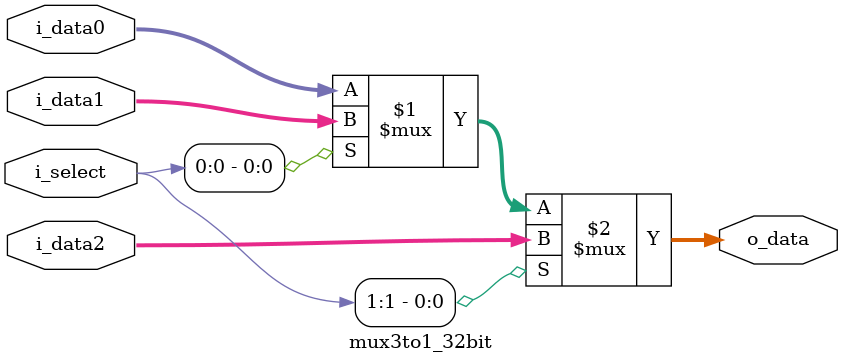
<source format=v>
module mux3to1_32bit (o_data, i_data0, i_data1, i_data2, i_select);

  input [31:0]i_data0;
  input [31:0]i_data1;
  input [31:0]i_data2;
  input [1:0]i_select;
  
  output [31:0]o_data;
  
  assign o_data = (i_select[1]) ? i_data2 : ((i_select[0]) ? i_data1 : i_data0);

endmodule

</source>
